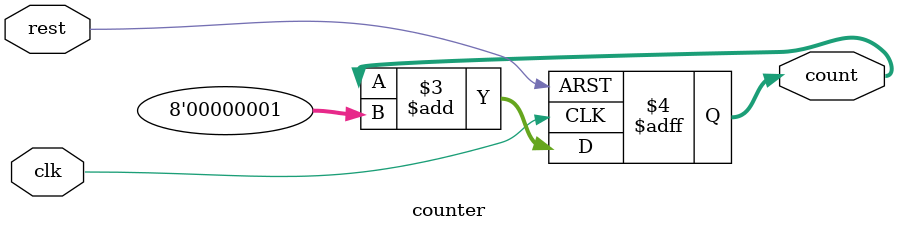
<source format=v>
module counter(
input clk,
input rest,
output reg [7:0] count
);
always @(posedge clk,negedge rest)

begin
if(rest == 1'b0)
count <=8'd0;
else
count <= count+8'd1;
end
endmodule

</source>
